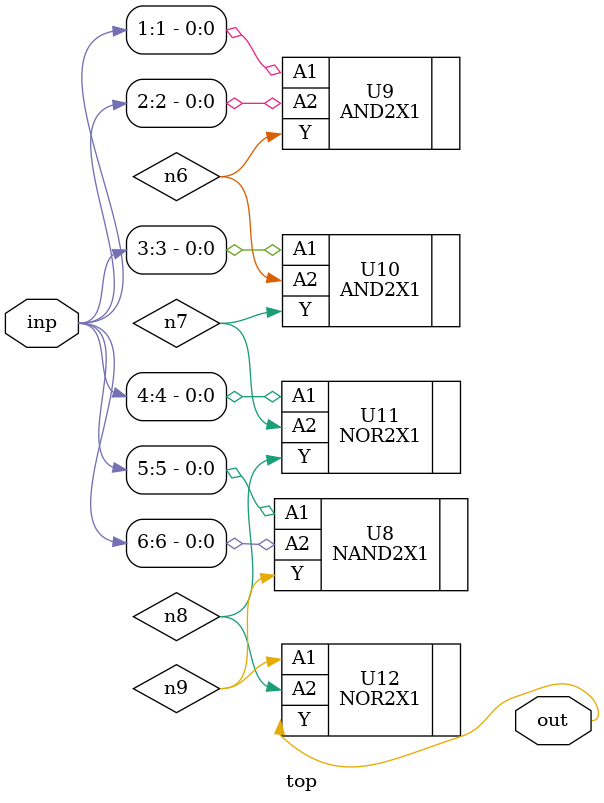
<source format=sv>


module top ( inp, out );
  input [6:0] inp;
  output out;
  wire   n6, n7, n8, n9;

  NAND2X1 U8 ( .A1(inp[5]), .A2(inp[6]), .Y(n9) );
  AND2X1 U9 ( .A1(inp[1]), .A2(inp[2]), .Y(n6) );
  AND2X1 U10 ( .A1(inp[3]), .A2(n6), .Y(n7) );
  NOR2X1 U11 ( .A1(inp[4]), .A2(n7), .Y(n8) );
  NOR2X1 U12 ( .A1(n9), .A2(n8), .Y(out) );
endmodule


</source>
